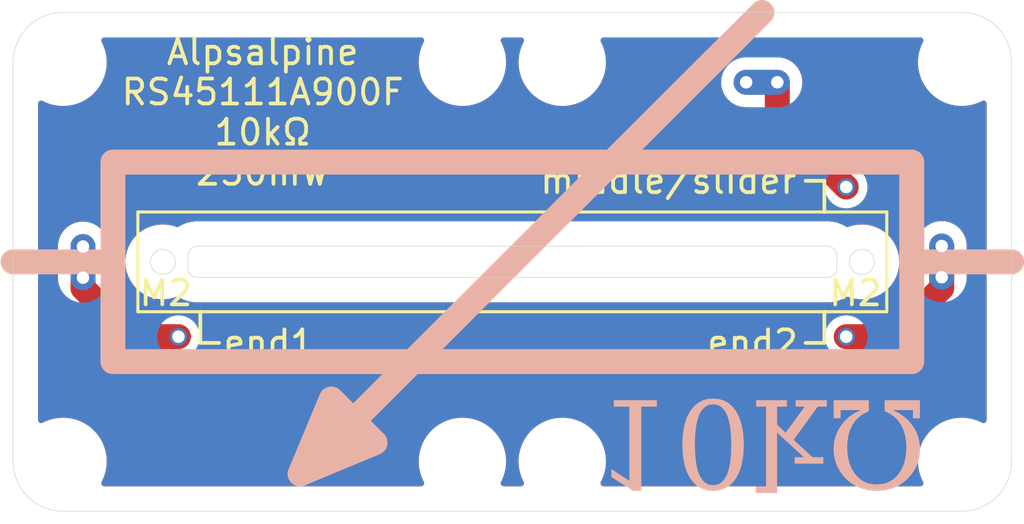
<source format=kicad_pcb>
(kicad_pcb (version 20241229) (generator "pcbnew") (generator_version "9.0")
  (title_block (date "2025-03-07"))
  (layers (0 "F.Cu" signal) (2 "B.Cu" signal) (13 "F.Paste" user) (15 "B.Paste" user) (5 "F.SilkS" user "F.Silkscreen") (7 "B.SilkS" user "B.Silkscreen") (1 "F.Mask" user) (3 "B.Mask" user) (25 "Edge.Cuts" user))
  (net 0 "")
  (net 1 "Net-(J1-Pin_1)")
  (net 2 "Net-(J2-Pin_1)")
  (net 3 "Net-(J5-Pin_1)")
  (footprint "EASYEDA2KICAD:MountingHole_3.0mm_M3_tight" (layer "F.Cu") (at 57 17)
    (property "Reference" "H5" (hide yes))
    (property "Value" "MH M3")
    (pad "" np_thru_hole circle (at 0 0) (size 3 3) (drill 3) (layers "*.Cu" "*.Mask"))
  )
  (footprint "EASYEDA2KICAD:MountingHole_3.0mm_M3_tight" (layer "F.Cu") (at 49 49 -90)
    (property "Reference" "H3" (hide yes))
    (property "Value" "MH M3")
    (pad "" np_thru_hole circle (at 0 0 270) (size 3 3) (drill 3) (layers "*.Cu" "*.Mask"))
  )
  (footprint "EASYEDA2KICAD:MountingHole_3.0mm_M3_tight" (layer "F.Cu") (at 49 17 -90)
    (property "Reference" "H1" (hide yes))
    (property "Value" "MH M3")
    (pad "" np_thru_hole circle (at 0 0 270) (size 3 3) (drill 3) (layers "*.Cu" "*.Mask"))
  )
  (footprint "EASYEDA2KICAD:Magentic_Connector_1x02_P2.5mm_Horizontal" (layer "F.Cu") (at 73 18.5 90)
    (property "Reference" "J2" (hide yes))
    (property "Value" "Conn_01x02_Pin")
    (pad "1" thru_hole circle (at -0.1 -1.27 90) (size 1.7 1.7) (drill 1) (layers "*.Cu" "*.Mask") (net 2 "Net-(J2-Pin_1)"))
    (pad "2" thru_hole oval (at -0.1 1.23 90) (size 1.7 1.7) (drill 1) (layers "*.Cu" "*.Mask") (net 2 "Net-(J2-Pin_1)"))
  )
  (footprint "EASYEDA2KICAD:MountingHole_3.0mm_M3_tight" (layer "F.Cu") (at 89 17)
    (property "Reference" "H6" (hide yes))
    (property "Value" "MH M3")
    (pad "" np_thru_hole circle (at 0 0) (size 3 3) (drill 3) (layers "*.Cu" "*.Mask"))
  )
  (footprint "EASYEDA2KICAD:MountingHole_3.0mm_M3_tight" (layer "F.Cu") (at 89 49)
    (property "Reference" "H7" (hide yes))
    (property "Value" "MH M3")
    (pad "" np_thru_hole circle (at 0 0) (size 3 3) (drill 3) (layers "*.Cu" "*.Mask"))
  )
  (footprint "EASYEDA2KICAD:MountingHole_3.0mm_M3_tight" (layer "F.Cu") (at 17 49 -90)
    (property "Reference" "H4" (hide yes))
    (property "Value" "MH M3")
    (pad "" np_thru_hole circle (at 0 0 270) (size 3 3) (drill 3) (layers "*.Cu" "*.Mask"))
  )
  (footprint "EASYEDA2KICAD:Magentic_Connector_1x02_P2.5mm_Horizontal" (layer "F.Cu") (at 87.5 33)
    (property "Reference" "J5" (hide yes))
    (property "Value" "Conn_01x02_Pin")
    (pad "1" thru_hole circle (at -0.1 -1.27) (size 1.7 1.7) (drill 1) (layers "*.Cu" "*.Mask") (net 3 "Net-(J5-Pin_1)"))
    (pad "2" thru_hole oval (at -0.1 1.23) (size 1.7 1.7) (drill 1) (layers "*.Cu" "*.Mask") (net 3 "Net-(J5-Pin_1)"))
  )
  (footprint "EASYEDA2KICAD:MountingHole_3.0mm_M3_tight" (layer "F.Cu") (at 17 17 -90)
    (property "Reference" "H2" (hide yes))
    (property "Value" "MH M3")
    (pad "" np_thru_hole circle (at 0 0 270) (size 3 3) (drill 3) (layers "*.Cu" "*.Mask"))
  )
  (footprint "EASYEDA2KICAD:MountingHole_3.0mm_M3_tight" (layer "F.Cu") (at 57 49)
    (property "Reference" "H8" (hide yes))
    (property "Value" "MH M3")
    (pad "" np_thru_hole circle (at 0 0) (size 3 3) (drill 3) (layers "*.Cu" "*.Mask"))
  )
  (footprint "EASYEDA2KICAD:Magentic_Connector_1x02_P2.5mm_Horizontal" (layer "F.Cu") (at 18.5 33 180)
    (property "Reference" "J1" (hide yes))
    (property "Value" "Conn_01x02_Pin")
    (pad "1" thru_hole circle (at -0.1 -1.27 180) (size 1.7 1.7) (drill 1) (layers "*.Cu" "*.Mask") (net 1 "Net-(J1-Pin_1)"))
    (pad "2" thru_hole oval (at -0.1 1.23 180) (size 1.7 1.7) (drill 1) (layers "*.Cu" "*.Mask") (net 1 "Net-(J1-Pin_1)"))
  )
  (footprint "EASYEDA2KICAD:RES-ADJ-TH_RS45111A900F-bottom-mount" (layer "B.Cu") (at 53 33 180)
    (property "Reference" "R1" (hide yes))
    (property "Value" "RS45111A900F")
    (fp_line (start 30 4) (end -30 4) (stroke (width 0.25)) (layer "F.SilkS"))
    (fp_line (start 30 -4) (end 30 4) (stroke (width 0.25)) (layer "F.SilkS"))
    (fp_line (start 25 -4) (end 25 -6.5) (stroke (width 0.3)) (layer "F.SilkS"))
    (fp_line (start 25 -6.5) (end 23.5 -6.5) (stroke (width 0.3)) (layer "F.SilkS"))
    (fp_line (start -25 6.5) (end -23.5 6.5) (stroke (width 0.3)) (layer "F.SilkS"))
    (fp_line (start -25 4) (end -25 6.5) (stroke (width 0.3)) (layer "F.SilkS"))
    (fp_line (start -25 -4) (end -25 -6.5) (stroke (width 0.3)) (layer "F.SilkS"))
    (fp_line (start -25 -6.5) (end -23.5 -6.5) (stroke (width 0.3)) (layer "F.SilkS"))
    (fp_line (start -30 4) (end -30 -4) (stroke (width 0.25)) (layer "F.SilkS"))
    (fp_line (start -30 -4) (end 30 -4) (stroke (width 0.25)) (layer "F.SilkS"))
    (fp_line (start 26 0.5) (end 26 -0.5) (stroke (width 0.05)) (layer "Edge.Cuts"))
    (fp_line (start 25.25 -1.25) (end -25.249999 -1.25) (stroke (width 0.05)) (layer "Edge.Cuts"))
    (fp_line (start -25.25 1.25) (end 25.25 1.25) (stroke (width 0.05)) (layer "Edge.Cuts"))
    (fp_line (start -26 -0.499999) (end -26 0.499999) (stroke (width 0.05)) (layer "Edge.Cuts"))
    (fp_arc (start 26 0.5) (mid 25.78033 1.03033) (end 25.25 1.25) (stroke (width 0.05)) (layer "Edge.Cuts"))
    (fp_arc (start 25.25 -1.25) (mid 25.78033 -1.03033) (end 26 -0.5) (stroke (width 0.05)) (layer "Edge.Cuts"))
    (fp_arc (start -25.25 1.25) (mid -25.78033 1.03033) (end -26 0.499999) (stroke (width 0.05)) (layer "Edge.Cuts"))
    (fp_arc (start -26 -0.499999) (mid -25.78033 -1.03033) (end -25.249999 -1.25) (stroke (width 0.05)) (layer "Edge.Cuts"))
    (fp_circle (center 28 0) (end 29 0) (stroke (width 0.05)) (fill no) (layer "Edge.Cuts"))
    (fp_circle (center -28 0) (end -27 0) (stroke (width 0.05)) (fill no) (layer "Edge.Cuts"))
    (fp_text user "middle/slider" (at -12.5 6.5 0) (layer "F.SilkS") (effects (font (size 2 2) (thickness 0.3) (bold yes))))
    (fp_text user "M2 " (at -28.25 -2.5 0) (layer "F.SilkS") (effects (font (size 2 2) (thickness 0.3))))
    (fp_text user "end2" (at -19.25 -6.5 0) (layer "F.SilkS") (effects (font (size 2 2) (thickness 0.3) (bold yes))))
    (fp_text user "M2 " (at 27 -2.5 0) (layer "F.SilkS") (effects (font (size 2 2) (thickness 0.3))))
    (fp_text user "end1" (at 19.5 -6.5 0) (layer "F.SilkS") (effects (font (size 2 2) (thickness 0.3))))
    (pad "1" thru_hole circle (at 26.75 -6 180) (size 1.4 1.4) (drill 1) (layers "*.Cu" "*.Mask") (net 1 "Net-(J1-Pin_1)"))
    (pad "2" thru_hole circle (at -26.75 6 180) (size 1.4 1.4) (drill 1) (layers "*.Cu" "*.Mask") (net 2 "Net-(J2-Pin_1)"))
    (pad "3" thru_hole circle (at -26.75 -6 180) (size 1.4 1.4) (drill 1) (layers "*.Cu" "*.Mask") (net 3 "Net-(J5-Pin_1)"))
  )
  (gr_line (start 21 33) (end 13 33) (stroke (width 2)) (layer "B.SilkS"))
  (gr_line (start 93 33) (end 85 33) (stroke (width 2)) (layer "B.SilkS"))
  (gr_poly (pts (xy 36 50) (xy 42 47.5) (xy 38.5 44)) (stroke (width 2)) (fill yes) (layer "B.SilkS"))
  (gr_rect (start 21 25) (end 85 41) (stroke (width 2)) (fill no) (layer "B.SilkS"))
  (gr_line (start 73 13) (end 36 50) (stroke (width 2)) (layer "B.SilkS"))
  (gr_line (start 93 17) (end 93 49) (stroke (width 0.05)) (layer "Edge.Cuts"))
  (gr_arc (start 93 49) (mid 91.828427 51.828427) (end 89 53) (stroke (width 0.05)) (layer "Edge.Cuts"))
  (gr_arc (start 17 53) (mid 14.171573 51.828427) (end 13 49) (stroke (width 0.05)) (layer "Edge.Cuts"))
  (gr_line (start 89 13) (end 17 13) (stroke (width 0.05)) (layer "Edge.Cuts"))
  (gr_line (start 17 53) (end 89 53) (stroke (width 0.05)) (layer "Edge.Cuts"))
  (gr_arc (start 13 17) (mid 14.171573 14.171573) (end 17 13) (stroke (width 0.05)) (layer "Edge.Cuts"))
  (gr_arc (start 89 13) (mid 91.828427 14.171573) (end 93 17) (stroke (width 0.05)) (layer "Edge.Cuts"))
  (gr_line (start 13 17) (end 13 49) (stroke (width 0.05)) (layer "Edge.Cuts"))
  (gr_text "Alpsalpine\nRS45111A900F\n10kΩ\n250mW" (at 33 21 0) (layer "F.SilkS") (effects (font (size 2 2) (thickness 0.3))))
  (gr_text "10kΩ" (at 73 47 180) (layer "B.SilkS") (effects (font (size 7 7) (thickness 0.3)) (justify mirror)))
  (segment (start 22.5 39) (end 18.6 35.1) (width 2) (layer "F.Cu") (net 1))
  (segment (start 26.25 39) (end 22.5 39) (width 2) (layer "F.Cu") (net 1))
  (segment (start 18.6 31.77) (end 18.6 34.27) (width 2) (layer "F.Cu") (net 1))
  (segment (start 18.6 35.1) (end 18.6 34.27) (width 2) (layer "F.Cu") (net 1))
  (segment (start 18.6 34.27) (end 18.6 31.77) (width 2) (layer "B.Cu") (net 1))
  (segment (start 74.23 18.6) (end 74.23 21.48) (width 2) (layer "F.Cu") (net 2))
  (segment (start 74.23 21.48) (end 79.75 27) (width 2) (layer "F.Cu") (net 2))
  (segment (start 71.73 18.6) (end 74.23 18.6) (width 2) (layer "F.Cu") (net 2))
  (segment (start 71.73 18.6) (end 74.23 18.6) (width 2) (layer "B.Cu") (net 2))
  (segment (start 87.4 31.73) (end 87.4 34.23) (width 2) (layer "F.Cu") (net 3))
  (segment (start 87.4 34.23) (end 87.4 35.1) (width 2) (layer "F.Cu") (net 3))
  (segment (start 87.4 35.1) (end 83.5 39) (width 2) (layer "F.Cu") (net 3))
  (segment (start 83.5 39) (end 79.75 39) (width 2) (layer "F.Cu") (net 3))
  (segment (start 87.4 34.23) (end 87.4 31.73) (width 2) (layer "B.Cu") (net 3))
  (zone (net 0) (net_name "") (layers "F.Cu" "B.Cu") (connect_pads (clearance 1)) (min_thickness 0.5) (fill yes (thermal_gap 0.5) (thermal_bridge_width 0.5) (island_removal_mode 1) (island_area_min 10))
    (polygon (pts (xy 93 13) (xy 13 13) (xy 13 53) (xy 93 53)))
  )
)
</source>
